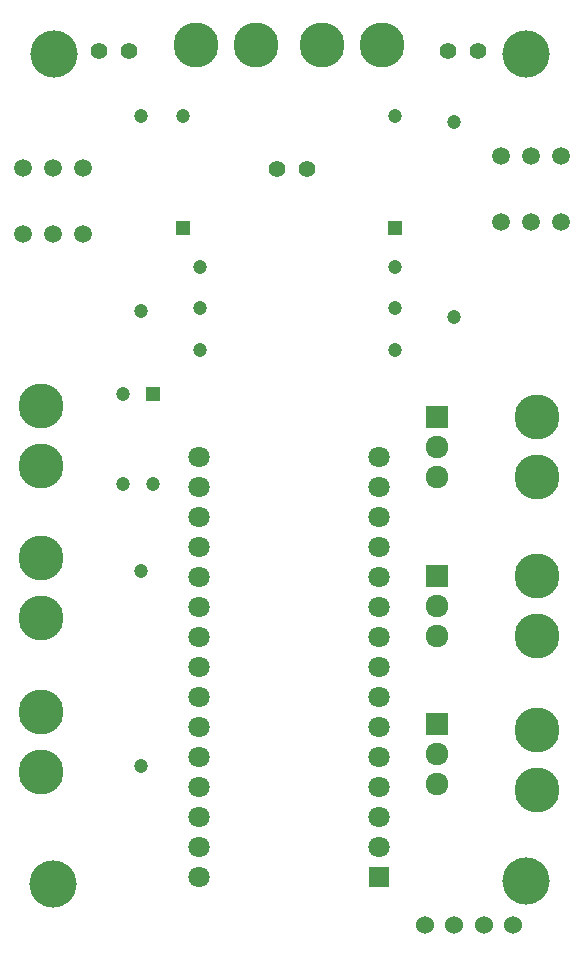
<source format=gbr>
%TF.GenerationSoftware,Altium Limited,Altium Designer,22.7.1 (60)*%
G04 Layer_Color=255*
%FSLAX45Y45*%
%MOMM*%
%TF.SameCoordinates,6F5B2F55-B7AD-49D5-9618-4F223791D6AE*%
%TF.FilePolarity,Positive*%
%TF.FileFunction,Pads,Bot*%
%TF.Part,Single*%
G01*
G75*
%TA.AperFunction,ViaPad*%
%ADD13C,1.52400*%
%TA.AperFunction,ComponentPad*%
%ADD14C,3.81000*%
%TA.AperFunction,ViaPad*%
%ADD15C,4.00000*%
%TA.AperFunction,ComponentPad*%
%ADD16R,1.92000X1.92000*%
%ADD17C,1.92000*%
%ADD18C,1.20000*%
%ADD19R,1.20000X1.20000*%
%ADD20C,1.50100*%
%ADD21C,1.41400*%
%ADD22C,1.80000*%
%ADD23R,1.80000X1.80000*%
D13*
X4400000Y150000D02*
D03*
X4150000D02*
D03*
X3900000D02*
D03*
X3650000D02*
D03*
D14*
X400000Y2750000D02*
D03*
Y3258000D02*
D03*
X4600000Y4450000D02*
D03*
Y3942000D02*
D03*
Y3108000D02*
D03*
Y2600000D02*
D03*
Y1800000D02*
D03*
Y1292000D02*
D03*
X400000Y1450000D02*
D03*
Y1958000D02*
D03*
Y4042000D02*
D03*
Y4550000D02*
D03*
X2775575Y7600000D02*
D03*
X3283575D02*
D03*
X1708749D02*
D03*
X2216749D02*
D03*
D15*
X510827Y7522599D02*
D03*
X4510826D02*
D03*
Y522599D02*
D03*
X500000Y500000D02*
D03*
D16*
X3750000Y4454000D02*
D03*
Y3104000D02*
D03*
Y1854000D02*
D03*
D17*
Y4200000D02*
D03*
Y3946000D02*
D03*
Y2850000D02*
D03*
Y2596000D02*
D03*
Y1600000D02*
D03*
Y1346000D02*
D03*
D18*
X1250000Y7000000D02*
D03*
Y5350000D02*
D03*
X3900000Y6950000D02*
D03*
Y5300000D02*
D03*
X1250000Y3150000D02*
D03*
Y1500000D02*
D03*
X1096000Y4650000D02*
D03*
Y3888000D02*
D03*
X1350000D02*
D03*
X3400000Y5724575D02*
D03*
X1750000D02*
D03*
X3400000Y5374149D02*
D03*
X1750000D02*
D03*
X3400000Y5023724D02*
D03*
X1750000D02*
D03*
X3400000Y7000000D02*
D03*
X1600000D02*
D03*
D19*
X1350000Y4650000D02*
D03*
X3400000Y6050000D02*
D03*
X1600000D02*
D03*
D20*
X754000Y6000000D02*
D03*
X500000D02*
D03*
X246000D02*
D03*
X754000Y6557975D02*
D03*
X500000D02*
D03*
X246000D02*
D03*
X4296000Y6664025D02*
D03*
X4550000D02*
D03*
X4804000D02*
D03*
X4296000Y6100000D02*
D03*
X4550000D02*
D03*
X4804000D02*
D03*
D21*
X3846000Y7550000D02*
D03*
X4100000D02*
D03*
X892324D02*
D03*
X1146324D02*
D03*
X2400000Y6550000D02*
D03*
X2654000D02*
D03*
D22*
X1738000Y562000D02*
D03*
Y816000D02*
D03*
Y1070000D02*
D03*
Y1324000D02*
D03*
Y1578000D02*
D03*
Y1832000D02*
D03*
Y2086000D02*
D03*
Y2340000D02*
D03*
Y2594000D02*
D03*
Y2848000D02*
D03*
Y3102000D02*
D03*
Y3356000D02*
D03*
Y3610000D02*
D03*
Y3864000D02*
D03*
Y4118000D02*
D03*
X3262000D02*
D03*
Y3864000D02*
D03*
Y3610000D02*
D03*
Y3356000D02*
D03*
Y3102000D02*
D03*
Y2848000D02*
D03*
Y2594000D02*
D03*
Y2340000D02*
D03*
Y2086000D02*
D03*
Y1832000D02*
D03*
Y1578000D02*
D03*
Y1324000D02*
D03*
Y1070000D02*
D03*
Y816000D02*
D03*
D23*
Y562000D02*
D03*
%TF.MD5,a4aa70b03c6e6f74bd2b80f3311753ff*%
M02*

</source>
